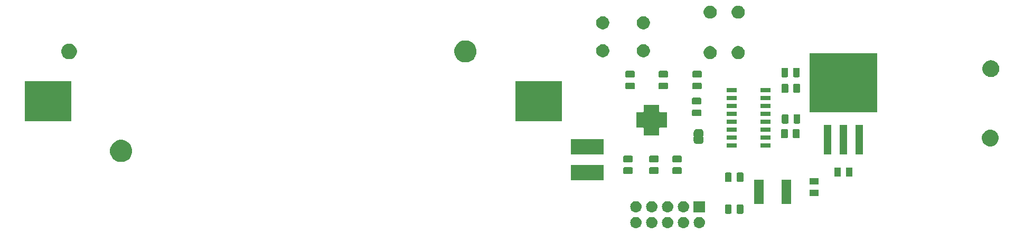
<source format=gbr>
G04 #@! TF.GenerationSoftware,KiCad,Pcbnew,5.0.2-bee76a0~70~ubuntu18.10.1*
G04 #@! TF.CreationDate,2019-05-29T11:20:30+10:00*
G04 #@! TF.ProjectId,ecig,65636967-2e6b-4696-9361-645f70636258,rev?*
G04 #@! TF.SameCoordinates,Original*
G04 #@! TF.FileFunction,Soldermask,Top*
G04 #@! TF.FilePolarity,Negative*
%FSLAX46Y46*%
G04 Gerber Fmt 4.6, Leading zero omitted, Abs format (unit mm)*
G04 Created by KiCad (PCBNEW 5.0.2-bee76a0~70~ubuntu18.10.1) date Wed 29 May 2019 11:20:30 AEST*
%MOMM*%
%LPD*%
G01*
G04 APERTURE LIST*
%ADD10C,0.100000*%
G04 APERTURE END LIST*
D10*
G36*
X159590443Y-110095519D02*
X159656627Y-110102037D01*
X159769853Y-110136384D01*
X159826467Y-110153557D01*
X159965087Y-110227652D01*
X159982991Y-110237222D01*
X160018729Y-110266552D01*
X160120186Y-110349814D01*
X160203448Y-110451271D01*
X160232778Y-110487009D01*
X160232779Y-110487011D01*
X160316443Y-110643533D01*
X160316443Y-110643534D01*
X160367963Y-110813373D01*
X160385359Y-110990000D01*
X160367963Y-111166627D01*
X160333616Y-111279853D01*
X160316443Y-111336467D01*
X160242348Y-111475087D01*
X160232778Y-111492991D01*
X160203448Y-111528729D01*
X160120186Y-111630186D01*
X160018729Y-111713448D01*
X159982991Y-111742778D01*
X159982989Y-111742779D01*
X159826467Y-111826443D01*
X159769853Y-111843616D01*
X159656627Y-111877963D01*
X159590442Y-111884482D01*
X159524260Y-111891000D01*
X159435740Y-111891000D01*
X159369558Y-111884482D01*
X159303373Y-111877963D01*
X159190147Y-111843616D01*
X159133533Y-111826443D01*
X158977011Y-111742779D01*
X158977009Y-111742778D01*
X158941271Y-111713448D01*
X158839814Y-111630186D01*
X158756552Y-111528729D01*
X158727222Y-111492991D01*
X158717652Y-111475087D01*
X158643557Y-111336467D01*
X158626384Y-111279853D01*
X158592037Y-111166627D01*
X158574641Y-110990000D01*
X158592037Y-110813373D01*
X158643557Y-110643534D01*
X158643557Y-110643533D01*
X158727221Y-110487011D01*
X158727222Y-110487009D01*
X158756552Y-110451271D01*
X158839814Y-110349814D01*
X158941271Y-110266552D01*
X158977009Y-110237222D01*
X158994913Y-110227652D01*
X159133533Y-110153557D01*
X159190147Y-110136384D01*
X159303373Y-110102037D01*
X159369557Y-110095519D01*
X159435740Y-110089000D01*
X159524260Y-110089000D01*
X159590443Y-110095519D01*
X159590443Y-110095519D01*
G37*
G36*
X162130443Y-110095519D02*
X162196627Y-110102037D01*
X162309853Y-110136384D01*
X162366467Y-110153557D01*
X162505087Y-110227652D01*
X162522991Y-110237222D01*
X162558729Y-110266552D01*
X162660186Y-110349814D01*
X162743448Y-110451271D01*
X162772778Y-110487009D01*
X162772779Y-110487011D01*
X162856443Y-110643533D01*
X162856443Y-110643534D01*
X162907963Y-110813373D01*
X162925359Y-110990000D01*
X162907963Y-111166627D01*
X162873616Y-111279853D01*
X162856443Y-111336467D01*
X162782348Y-111475087D01*
X162772778Y-111492991D01*
X162743448Y-111528729D01*
X162660186Y-111630186D01*
X162558729Y-111713448D01*
X162522991Y-111742778D01*
X162522989Y-111742779D01*
X162366467Y-111826443D01*
X162309853Y-111843616D01*
X162196627Y-111877963D01*
X162130442Y-111884482D01*
X162064260Y-111891000D01*
X161975740Y-111891000D01*
X161909558Y-111884482D01*
X161843373Y-111877963D01*
X161730147Y-111843616D01*
X161673533Y-111826443D01*
X161517011Y-111742779D01*
X161517009Y-111742778D01*
X161481271Y-111713448D01*
X161379814Y-111630186D01*
X161296552Y-111528729D01*
X161267222Y-111492991D01*
X161257652Y-111475087D01*
X161183557Y-111336467D01*
X161166384Y-111279853D01*
X161132037Y-111166627D01*
X161114641Y-110990000D01*
X161132037Y-110813373D01*
X161183557Y-110643534D01*
X161183557Y-110643533D01*
X161267221Y-110487011D01*
X161267222Y-110487009D01*
X161296552Y-110451271D01*
X161379814Y-110349814D01*
X161481271Y-110266552D01*
X161517009Y-110237222D01*
X161534913Y-110227652D01*
X161673533Y-110153557D01*
X161730147Y-110136384D01*
X161843373Y-110102037D01*
X161909557Y-110095519D01*
X161975740Y-110089000D01*
X162064260Y-110089000D01*
X162130443Y-110095519D01*
X162130443Y-110095519D01*
G37*
G36*
X164670443Y-110095519D02*
X164736627Y-110102037D01*
X164849853Y-110136384D01*
X164906467Y-110153557D01*
X165045087Y-110227652D01*
X165062991Y-110237222D01*
X165098729Y-110266552D01*
X165200186Y-110349814D01*
X165283448Y-110451271D01*
X165312778Y-110487009D01*
X165312779Y-110487011D01*
X165396443Y-110643533D01*
X165396443Y-110643534D01*
X165447963Y-110813373D01*
X165465359Y-110990000D01*
X165447963Y-111166627D01*
X165413616Y-111279853D01*
X165396443Y-111336467D01*
X165322348Y-111475087D01*
X165312778Y-111492991D01*
X165283448Y-111528729D01*
X165200186Y-111630186D01*
X165098729Y-111713448D01*
X165062991Y-111742778D01*
X165062989Y-111742779D01*
X164906467Y-111826443D01*
X164849853Y-111843616D01*
X164736627Y-111877963D01*
X164670442Y-111884482D01*
X164604260Y-111891000D01*
X164515740Y-111891000D01*
X164449558Y-111884482D01*
X164383373Y-111877963D01*
X164270147Y-111843616D01*
X164213533Y-111826443D01*
X164057011Y-111742779D01*
X164057009Y-111742778D01*
X164021271Y-111713448D01*
X163919814Y-111630186D01*
X163836552Y-111528729D01*
X163807222Y-111492991D01*
X163797652Y-111475087D01*
X163723557Y-111336467D01*
X163706384Y-111279853D01*
X163672037Y-111166627D01*
X163654641Y-110990000D01*
X163672037Y-110813373D01*
X163723557Y-110643534D01*
X163723557Y-110643533D01*
X163807221Y-110487011D01*
X163807222Y-110487009D01*
X163836552Y-110451271D01*
X163919814Y-110349814D01*
X164021271Y-110266552D01*
X164057009Y-110237222D01*
X164074913Y-110227652D01*
X164213533Y-110153557D01*
X164270147Y-110136384D01*
X164383373Y-110102037D01*
X164449557Y-110095519D01*
X164515740Y-110089000D01*
X164604260Y-110089000D01*
X164670443Y-110095519D01*
X164670443Y-110095519D01*
G37*
G36*
X157050443Y-110095519D02*
X157116627Y-110102037D01*
X157229853Y-110136384D01*
X157286467Y-110153557D01*
X157425087Y-110227652D01*
X157442991Y-110237222D01*
X157478729Y-110266552D01*
X157580186Y-110349814D01*
X157663448Y-110451271D01*
X157692778Y-110487009D01*
X157692779Y-110487011D01*
X157776443Y-110643533D01*
X157776443Y-110643534D01*
X157827963Y-110813373D01*
X157845359Y-110990000D01*
X157827963Y-111166627D01*
X157793616Y-111279853D01*
X157776443Y-111336467D01*
X157702348Y-111475087D01*
X157692778Y-111492991D01*
X157663448Y-111528729D01*
X157580186Y-111630186D01*
X157478729Y-111713448D01*
X157442991Y-111742778D01*
X157442989Y-111742779D01*
X157286467Y-111826443D01*
X157229853Y-111843616D01*
X157116627Y-111877963D01*
X157050442Y-111884482D01*
X156984260Y-111891000D01*
X156895740Y-111891000D01*
X156829558Y-111884482D01*
X156763373Y-111877963D01*
X156650147Y-111843616D01*
X156593533Y-111826443D01*
X156437011Y-111742779D01*
X156437009Y-111742778D01*
X156401271Y-111713448D01*
X156299814Y-111630186D01*
X156216552Y-111528729D01*
X156187222Y-111492991D01*
X156177652Y-111475087D01*
X156103557Y-111336467D01*
X156086384Y-111279853D01*
X156052037Y-111166627D01*
X156034641Y-110990000D01*
X156052037Y-110813373D01*
X156103557Y-110643534D01*
X156103557Y-110643533D01*
X156187221Y-110487011D01*
X156187222Y-110487009D01*
X156216552Y-110451271D01*
X156299814Y-110349814D01*
X156401271Y-110266552D01*
X156437009Y-110237222D01*
X156454913Y-110227652D01*
X156593533Y-110153557D01*
X156650147Y-110136384D01*
X156763373Y-110102037D01*
X156829557Y-110095519D01*
X156895740Y-110089000D01*
X156984260Y-110089000D01*
X157050443Y-110095519D01*
X157050443Y-110095519D01*
G37*
G36*
X154510443Y-110095519D02*
X154576627Y-110102037D01*
X154689853Y-110136384D01*
X154746467Y-110153557D01*
X154885087Y-110227652D01*
X154902991Y-110237222D01*
X154938729Y-110266552D01*
X155040186Y-110349814D01*
X155123448Y-110451271D01*
X155152778Y-110487009D01*
X155152779Y-110487011D01*
X155236443Y-110643533D01*
X155236443Y-110643534D01*
X155287963Y-110813373D01*
X155305359Y-110990000D01*
X155287963Y-111166627D01*
X155253616Y-111279853D01*
X155236443Y-111336467D01*
X155162348Y-111475087D01*
X155152778Y-111492991D01*
X155123448Y-111528729D01*
X155040186Y-111630186D01*
X154938729Y-111713448D01*
X154902991Y-111742778D01*
X154902989Y-111742779D01*
X154746467Y-111826443D01*
X154689853Y-111843616D01*
X154576627Y-111877963D01*
X154510442Y-111884482D01*
X154444260Y-111891000D01*
X154355740Y-111891000D01*
X154289558Y-111884482D01*
X154223373Y-111877963D01*
X154110147Y-111843616D01*
X154053533Y-111826443D01*
X153897011Y-111742779D01*
X153897009Y-111742778D01*
X153861271Y-111713448D01*
X153759814Y-111630186D01*
X153676552Y-111528729D01*
X153647222Y-111492991D01*
X153637652Y-111475087D01*
X153563557Y-111336467D01*
X153546384Y-111279853D01*
X153512037Y-111166627D01*
X153494641Y-110990000D01*
X153512037Y-110813373D01*
X153563557Y-110643534D01*
X153563557Y-110643533D01*
X153647221Y-110487011D01*
X153647222Y-110487009D01*
X153676552Y-110451271D01*
X153759814Y-110349814D01*
X153861271Y-110266552D01*
X153897009Y-110237222D01*
X153914913Y-110227652D01*
X154053533Y-110153557D01*
X154110147Y-110136384D01*
X154223373Y-110102037D01*
X154289557Y-110095519D01*
X154355740Y-110089000D01*
X154444260Y-110089000D01*
X154510443Y-110095519D01*
X154510443Y-110095519D01*
G37*
G36*
X171469466Y-108083565D02*
X171508137Y-108095296D01*
X171543779Y-108114348D01*
X171575017Y-108139983D01*
X171600652Y-108171221D01*
X171619704Y-108206863D01*
X171631435Y-108245534D01*
X171636000Y-108291888D01*
X171636000Y-109368112D01*
X171631435Y-109414466D01*
X171619704Y-109453137D01*
X171600652Y-109488779D01*
X171575017Y-109520017D01*
X171543779Y-109545652D01*
X171508137Y-109564704D01*
X171469466Y-109576435D01*
X171423112Y-109581000D01*
X170771888Y-109581000D01*
X170725534Y-109576435D01*
X170686863Y-109564704D01*
X170651221Y-109545652D01*
X170619983Y-109520017D01*
X170594348Y-109488779D01*
X170575296Y-109453137D01*
X170563565Y-109414466D01*
X170559000Y-109368112D01*
X170559000Y-108291888D01*
X170563565Y-108245534D01*
X170575296Y-108206863D01*
X170594348Y-108171221D01*
X170619983Y-108139983D01*
X170651221Y-108114348D01*
X170686863Y-108095296D01*
X170725534Y-108083565D01*
X170771888Y-108079000D01*
X171423112Y-108079000D01*
X171469466Y-108083565D01*
X171469466Y-108083565D01*
G37*
G36*
X169594466Y-108083565D02*
X169633137Y-108095296D01*
X169668779Y-108114348D01*
X169700017Y-108139983D01*
X169725652Y-108171221D01*
X169744704Y-108206863D01*
X169756435Y-108245534D01*
X169761000Y-108291888D01*
X169761000Y-109368112D01*
X169756435Y-109414466D01*
X169744704Y-109453137D01*
X169725652Y-109488779D01*
X169700017Y-109520017D01*
X169668779Y-109545652D01*
X169633137Y-109564704D01*
X169594466Y-109576435D01*
X169548112Y-109581000D01*
X168896888Y-109581000D01*
X168850534Y-109576435D01*
X168811863Y-109564704D01*
X168776221Y-109545652D01*
X168744983Y-109520017D01*
X168719348Y-109488779D01*
X168700296Y-109453137D01*
X168688565Y-109414466D01*
X168684000Y-109368112D01*
X168684000Y-108291888D01*
X168688565Y-108245534D01*
X168700296Y-108206863D01*
X168719348Y-108171221D01*
X168744983Y-108139983D01*
X168776221Y-108114348D01*
X168811863Y-108095296D01*
X168850534Y-108083565D01*
X168896888Y-108079000D01*
X169548112Y-108079000D01*
X169594466Y-108083565D01*
X169594466Y-108083565D01*
G37*
G36*
X154510442Y-107555518D02*
X154576627Y-107562037D01*
X154689853Y-107596384D01*
X154746467Y-107613557D01*
X154885087Y-107687652D01*
X154902991Y-107697222D01*
X154938729Y-107726552D01*
X155040186Y-107809814D01*
X155123448Y-107911271D01*
X155152778Y-107947009D01*
X155152779Y-107947011D01*
X155236443Y-108103533D01*
X155242766Y-108124377D01*
X155287963Y-108273373D01*
X155305359Y-108450000D01*
X155287963Y-108626627D01*
X155253616Y-108739853D01*
X155236443Y-108796467D01*
X155162348Y-108935087D01*
X155152778Y-108952991D01*
X155123448Y-108988729D01*
X155040186Y-109090186D01*
X154938729Y-109173448D01*
X154902991Y-109202778D01*
X154902989Y-109202779D01*
X154746467Y-109286443D01*
X154689853Y-109303616D01*
X154576627Y-109337963D01*
X154510443Y-109344481D01*
X154444260Y-109351000D01*
X154355740Y-109351000D01*
X154289557Y-109344481D01*
X154223373Y-109337963D01*
X154110147Y-109303616D01*
X154053533Y-109286443D01*
X153897011Y-109202779D01*
X153897009Y-109202778D01*
X153861271Y-109173448D01*
X153759814Y-109090186D01*
X153676552Y-108988729D01*
X153647222Y-108952991D01*
X153637652Y-108935087D01*
X153563557Y-108796467D01*
X153546384Y-108739853D01*
X153512037Y-108626627D01*
X153494641Y-108450000D01*
X153512037Y-108273373D01*
X153557234Y-108124377D01*
X153563557Y-108103533D01*
X153647221Y-107947011D01*
X153647222Y-107947009D01*
X153676552Y-107911271D01*
X153759814Y-107809814D01*
X153861271Y-107726552D01*
X153897009Y-107697222D01*
X153914913Y-107687652D01*
X154053533Y-107613557D01*
X154110147Y-107596384D01*
X154223373Y-107562037D01*
X154289558Y-107555518D01*
X154355740Y-107549000D01*
X154444260Y-107549000D01*
X154510442Y-107555518D01*
X154510442Y-107555518D01*
G37*
G36*
X157050442Y-107555518D02*
X157116627Y-107562037D01*
X157229853Y-107596384D01*
X157286467Y-107613557D01*
X157425087Y-107687652D01*
X157442991Y-107697222D01*
X157478729Y-107726552D01*
X157580186Y-107809814D01*
X157663448Y-107911271D01*
X157692778Y-107947009D01*
X157692779Y-107947011D01*
X157776443Y-108103533D01*
X157782766Y-108124377D01*
X157827963Y-108273373D01*
X157845359Y-108450000D01*
X157827963Y-108626627D01*
X157793616Y-108739853D01*
X157776443Y-108796467D01*
X157702348Y-108935087D01*
X157692778Y-108952991D01*
X157663448Y-108988729D01*
X157580186Y-109090186D01*
X157478729Y-109173448D01*
X157442991Y-109202778D01*
X157442989Y-109202779D01*
X157286467Y-109286443D01*
X157229853Y-109303616D01*
X157116627Y-109337963D01*
X157050443Y-109344481D01*
X156984260Y-109351000D01*
X156895740Y-109351000D01*
X156829557Y-109344481D01*
X156763373Y-109337963D01*
X156650147Y-109303616D01*
X156593533Y-109286443D01*
X156437011Y-109202779D01*
X156437009Y-109202778D01*
X156401271Y-109173448D01*
X156299814Y-109090186D01*
X156216552Y-108988729D01*
X156187222Y-108952991D01*
X156177652Y-108935087D01*
X156103557Y-108796467D01*
X156086384Y-108739853D01*
X156052037Y-108626627D01*
X156034641Y-108450000D01*
X156052037Y-108273373D01*
X156097234Y-108124377D01*
X156103557Y-108103533D01*
X156187221Y-107947011D01*
X156187222Y-107947009D01*
X156216552Y-107911271D01*
X156299814Y-107809814D01*
X156401271Y-107726552D01*
X156437009Y-107697222D01*
X156454913Y-107687652D01*
X156593533Y-107613557D01*
X156650147Y-107596384D01*
X156763373Y-107562037D01*
X156829558Y-107555518D01*
X156895740Y-107549000D01*
X156984260Y-107549000D01*
X157050442Y-107555518D01*
X157050442Y-107555518D01*
G37*
G36*
X159590442Y-107555518D02*
X159656627Y-107562037D01*
X159769853Y-107596384D01*
X159826467Y-107613557D01*
X159965087Y-107687652D01*
X159982991Y-107697222D01*
X160018729Y-107726552D01*
X160120186Y-107809814D01*
X160203448Y-107911271D01*
X160232778Y-107947009D01*
X160232779Y-107947011D01*
X160316443Y-108103533D01*
X160322766Y-108124377D01*
X160367963Y-108273373D01*
X160385359Y-108450000D01*
X160367963Y-108626627D01*
X160333616Y-108739853D01*
X160316443Y-108796467D01*
X160242348Y-108935087D01*
X160232778Y-108952991D01*
X160203448Y-108988729D01*
X160120186Y-109090186D01*
X160018729Y-109173448D01*
X159982991Y-109202778D01*
X159982989Y-109202779D01*
X159826467Y-109286443D01*
X159769853Y-109303616D01*
X159656627Y-109337963D01*
X159590443Y-109344481D01*
X159524260Y-109351000D01*
X159435740Y-109351000D01*
X159369557Y-109344481D01*
X159303373Y-109337963D01*
X159190147Y-109303616D01*
X159133533Y-109286443D01*
X158977011Y-109202779D01*
X158977009Y-109202778D01*
X158941271Y-109173448D01*
X158839814Y-109090186D01*
X158756552Y-108988729D01*
X158727222Y-108952991D01*
X158717652Y-108935087D01*
X158643557Y-108796467D01*
X158626384Y-108739853D01*
X158592037Y-108626627D01*
X158574641Y-108450000D01*
X158592037Y-108273373D01*
X158637234Y-108124377D01*
X158643557Y-108103533D01*
X158727221Y-107947011D01*
X158727222Y-107947009D01*
X158756552Y-107911271D01*
X158839814Y-107809814D01*
X158941271Y-107726552D01*
X158977009Y-107697222D01*
X158994913Y-107687652D01*
X159133533Y-107613557D01*
X159190147Y-107596384D01*
X159303373Y-107562037D01*
X159369558Y-107555518D01*
X159435740Y-107549000D01*
X159524260Y-107549000D01*
X159590442Y-107555518D01*
X159590442Y-107555518D01*
G37*
G36*
X162130442Y-107555518D02*
X162196627Y-107562037D01*
X162309853Y-107596384D01*
X162366467Y-107613557D01*
X162505087Y-107687652D01*
X162522991Y-107697222D01*
X162558729Y-107726552D01*
X162660186Y-107809814D01*
X162743448Y-107911271D01*
X162772778Y-107947009D01*
X162772779Y-107947011D01*
X162856443Y-108103533D01*
X162862766Y-108124377D01*
X162907963Y-108273373D01*
X162925359Y-108450000D01*
X162907963Y-108626627D01*
X162873616Y-108739853D01*
X162856443Y-108796467D01*
X162782348Y-108935087D01*
X162772778Y-108952991D01*
X162743448Y-108988729D01*
X162660186Y-109090186D01*
X162558729Y-109173448D01*
X162522991Y-109202778D01*
X162522989Y-109202779D01*
X162366467Y-109286443D01*
X162309853Y-109303616D01*
X162196627Y-109337963D01*
X162130443Y-109344481D01*
X162064260Y-109351000D01*
X161975740Y-109351000D01*
X161909557Y-109344481D01*
X161843373Y-109337963D01*
X161730147Y-109303616D01*
X161673533Y-109286443D01*
X161517011Y-109202779D01*
X161517009Y-109202778D01*
X161481271Y-109173448D01*
X161379814Y-109090186D01*
X161296552Y-108988729D01*
X161267222Y-108952991D01*
X161257652Y-108935087D01*
X161183557Y-108796467D01*
X161166384Y-108739853D01*
X161132037Y-108626627D01*
X161114641Y-108450000D01*
X161132037Y-108273373D01*
X161177234Y-108124377D01*
X161183557Y-108103533D01*
X161267221Y-107947011D01*
X161267222Y-107947009D01*
X161296552Y-107911271D01*
X161379814Y-107809814D01*
X161481271Y-107726552D01*
X161517009Y-107697222D01*
X161534913Y-107687652D01*
X161673533Y-107613557D01*
X161730147Y-107596384D01*
X161843373Y-107562037D01*
X161909558Y-107555518D01*
X161975740Y-107549000D01*
X162064260Y-107549000D01*
X162130442Y-107555518D01*
X162130442Y-107555518D01*
G37*
G36*
X165461000Y-109351000D02*
X163659000Y-109351000D01*
X163659000Y-107549000D01*
X165461000Y-107549000D01*
X165461000Y-109351000D01*
X165461000Y-109351000D01*
G37*
G36*
X174901000Y-108041000D02*
X173399000Y-108041000D01*
X173399000Y-104139000D01*
X174901000Y-104139000D01*
X174901000Y-108041000D01*
X174901000Y-108041000D01*
G37*
G36*
X179301000Y-108041000D02*
X177799000Y-108041000D01*
X177799000Y-104139000D01*
X179301000Y-104139000D01*
X179301000Y-108041000D01*
X179301000Y-108041000D01*
G37*
G36*
X183564466Y-105703565D02*
X183603137Y-105715296D01*
X183638779Y-105734348D01*
X183670017Y-105759983D01*
X183695652Y-105791221D01*
X183714704Y-105826863D01*
X183726435Y-105865534D01*
X183731000Y-105911888D01*
X183731000Y-106563112D01*
X183726435Y-106609466D01*
X183714704Y-106648137D01*
X183695652Y-106683779D01*
X183670017Y-106715017D01*
X183638779Y-106740652D01*
X183603137Y-106759704D01*
X183564466Y-106771435D01*
X183518112Y-106776000D01*
X182441888Y-106776000D01*
X182395534Y-106771435D01*
X182356863Y-106759704D01*
X182321221Y-106740652D01*
X182289983Y-106715017D01*
X182264348Y-106683779D01*
X182245296Y-106648137D01*
X182233565Y-106609466D01*
X182229000Y-106563112D01*
X182229000Y-105911888D01*
X182233565Y-105865534D01*
X182245296Y-105826863D01*
X182264348Y-105791221D01*
X182289983Y-105759983D01*
X182321221Y-105734348D01*
X182356863Y-105715296D01*
X182395534Y-105703565D01*
X182441888Y-105699000D01*
X183518112Y-105699000D01*
X183564466Y-105703565D01*
X183564466Y-105703565D01*
G37*
G36*
X183564466Y-103828565D02*
X183603137Y-103840296D01*
X183638779Y-103859348D01*
X183670017Y-103884983D01*
X183695652Y-103916221D01*
X183714704Y-103951863D01*
X183726435Y-103990534D01*
X183731000Y-104036888D01*
X183731000Y-104688112D01*
X183726435Y-104734466D01*
X183714704Y-104773137D01*
X183695652Y-104808779D01*
X183670017Y-104840017D01*
X183638779Y-104865652D01*
X183603137Y-104884704D01*
X183564466Y-104896435D01*
X183518112Y-104901000D01*
X182441888Y-104901000D01*
X182395534Y-104896435D01*
X182356863Y-104884704D01*
X182321221Y-104865652D01*
X182289983Y-104840017D01*
X182264348Y-104808779D01*
X182245296Y-104773137D01*
X182233565Y-104734466D01*
X182229000Y-104688112D01*
X182229000Y-104036888D01*
X182233565Y-103990534D01*
X182245296Y-103951863D01*
X182264348Y-103916221D01*
X182289983Y-103884983D01*
X182321221Y-103859348D01*
X182356863Y-103840296D01*
X182395534Y-103828565D01*
X182441888Y-103824000D01*
X183518112Y-103824000D01*
X183564466Y-103828565D01*
X183564466Y-103828565D01*
G37*
G36*
X169594466Y-102963565D02*
X169633137Y-102975296D01*
X169668779Y-102994348D01*
X169700017Y-103019983D01*
X169725652Y-103051221D01*
X169744704Y-103086863D01*
X169756435Y-103125534D01*
X169761000Y-103171888D01*
X169761000Y-104248112D01*
X169756435Y-104294466D01*
X169744704Y-104333137D01*
X169725652Y-104368779D01*
X169700017Y-104400017D01*
X169668779Y-104425652D01*
X169633137Y-104444704D01*
X169594466Y-104456435D01*
X169548112Y-104461000D01*
X168896888Y-104461000D01*
X168850534Y-104456435D01*
X168811863Y-104444704D01*
X168776221Y-104425652D01*
X168744983Y-104400017D01*
X168719348Y-104368779D01*
X168700296Y-104333137D01*
X168688565Y-104294466D01*
X168684000Y-104248112D01*
X168684000Y-103171888D01*
X168688565Y-103125534D01*
X168700296Y-103086863D01*
X168719348Y-103051221D01*
X168744983Y-103019983D01*
X168776221Y-102994348D01*
X168811863Y-102975296D01*
X168850534Y-102963565D01*
X168896888Y-102959000D01*
X169548112Y-102959000D01*
X169594466Y-102963565D01*
X169594466Y-102963565D01*
G37*
G36*
X171469466Y-102963565D02*
X171508137Y-102975296D01*
X171543779Y-102994348D01*
X171575017Y-103019983D01*
X171600652Y-103051221D01*
X171619704Y-103086863D01*
X171631435Y-103125534D01*
X171636000Y-103171888D01*
X171636000Y-104248112D01*
X171631435Y-104294466D01*
X171619704Y-104333137D01*
X171600652Y-104368779D01*
X171575017Y-104400017D01*
X171543779Y-104425652D01*
X171508137Y-104444704D01*
X171469466Y-104456435D01*
X171423112Y-104461000D01*
X170771888Y-104461000D01*
X170725534Y-104456435D01*
X170686863Y-104444704D01*
X170651221Y-104425652D01*
X170619983Y-104400017D01*
X170594348Y-104368779D01*
X170575296Y-104333137D01*
X170563565Y-104294466D01*
X170559000Y-104248112D01*
X170559000Y-103171888D01*
X170563565Y-103125534D01*
X170575296Y-103086863D01*
X170594348Y-103051221D01*
X170619983Y-103019983D01*
X170651221Y-102994348D01*
X170686863Y-102975296D01*
X170725534Y-102963565D01*
X170771888Y-102959000D01*
X171423112Y-102959000D01*
X171469466Y-102963565D01*
X171469466Y-102963565D01*
G37*
G36*
X149201000Y-104176000D02*
X143999000Y-104176000D01*
X143999000Y-101724000D01*
X149201000Y-101724000D01*
X149201000Y-104176000D01*
X149201000Y-104176000D01*
G37*
G36*
X187111966Y-102143565D02*
X187150637Y-102155296D01*
X187186279Y-102174348D01*
X187217517Y-102199983D01*
X187243152Y-102231221D01*
X187262204Y-102266863D01*
X187273935Y-102305534D01*
X187278500Y-102351888D01*
X187278500Y-103428112D01*
X187273935Y-103474466D01*
X187262204Y-103513137D01*
X187243152Y-103548779D01*
X187217517Y-103580017D01*
X187186279Y-103605652D01*
X187150637Y-103624704D01*
X187111966Y-103636435D01*
X187065612Y-103641000D01*
X186414388Y-103641000D01*
X186368034Y-103636435D01*
X186329363Y-103624704D01*
X186293721Y-103605652D01*
X186262483Y-103580017D01*
X186236848Y-103548779D01*
X186217796Y-103513137D01*
X186206065Y-103474466D01*
X186201500Y-103428112D01*
X186201500Y-102351888D01*
X186206065Y-102305534D01*
X186217796Y-102266863D01*
X186236848Y-102231221D01*
X186262483Y-102199983D01*
X186293721Y-102174348D01*
X186329363Y-102155296D01*
X186368034Y-102143565D01*
X186414388Y-102139000D01*
X187065612Y-102139000D01*
X187111966Y-102143565D01*
X187111966Y-102143565D01*
G37*
G36*
X188986966Y-102143565D02*
X189025637Y-102155296D01*
X189061279Y-102174348D01*
X189092517Y-102199983D01*
X189118152Y-102231221D01*
X189137204Y-102266863D01*
X189148935Y-102305534D01*
X189153500Y-102351888D01*
X189153500Y-103428112D01*
X189148935Y-103474466D01*
X189137204Y-103513137D01*
X189118152Y-103548779D01*
X189092517Y-103580017D01*
X189061279Y-103605652D01*
X189025637Y-103624704D01*
X188986966Y-103636435D01*
X188940612Y-103641000D01*
X188289388Y-103641000D01*
X188243034Y-103636435D01*
X188204363Y-103624704D01*
X188168721Y-103605652D01*
X188137483Y-103580017D01*
X188111848Y-103548779D01*
X188092796Y-103513137D01*
X188081065Y-103474466D01*
X188076500Y-103428112D01*
X188076500Y-102351888D01*
X188081065Y-102305534D01*
X188092796Y-102266863D01*
X188111848Y-102231221D01*
X188137483Y-102199983D01*
X188168721Y-102174348D01*
X188204363Y-102155296D01*
X188243034Y-102143565D01*
X188289388Y-102139000D01*
X188940612Y-102139000D01*
X188986966Y-102143565D01*
X188986966Y-102143565D01*
G37*
G36*
X161584466Y-102111065D02*
X161623137Y-102122796D01*
X161658779Y-102141848D01*
X161690017Y-102167483D01*
X161715652Y-102198721D01*
X161734704Y-102234363D01*
X161746435Y-102273034D01*
X161751000Y-102319388D01*
X161751000Y-102970612D01*
X161746435Y-103016966D01*
X161734704Y-103055637D01*
X161715652Y-103091279D01*
X161690017Y-103122517D01*
X161658779Y-103148152D01*
X161623137Y-103167204D01*
X161584466Y-103178935D01*
X161538112Y-103183500D01*
X160461888Y-103183500D01*
X160415534Y-103178935D01*
X160376863Y-103167204D01*
X160341221Y-103148152D01*
X160309983Y-103122517D01*
X160284348Y-103091279D01*
X160265296Y-103055637D01*
X160253565Y-103016966D01*
X160249000Y-102970612D01*
X160249000Y-102319388D01*
X160253565Y-102273034D01*
X160265296Y-102234363D01*
X160284348Y-102198721D01*
X160309983Y-102167483D01*
X160341221Y-102141848D01*
X160376863Y-102122796D01*
X160415534Y-102111065D01*
X160461888Y-102106500D01*
X161538112Y-102106500D01*
X161584466Y-102111065D01*
X161584466Y-102111065D01*
G37*
G36*
X153724466Y-102111065D02*
X153763137Y-102122796D01*
X153798779Y-102141848D01*
X153830017Y-102167483D01*
X153855652Y-102198721D01*
X153874704Y-102234363D01*
X153886435Y-102273034D01*
X153891000Y-102319388D01*
X153891000Y-102970612D01*
X153886435Y-103016966D01*
X153874704Y-103055637D01*
X153855652Y-103091279D01*
X153830017Y-103122517D01*
X153798779Y-103148152D01*
X153763137Y-103167204D01*
X153724466Y-103178935D01*
X153678112Y-103183500D01*
X152601888Y-103183500D01*
X152555534Y-103178935D01*
X152516863Y-103167204D01*
X152481221Y-103148152D01*
X152449983Y-103122517D01*
X152424348Y-103091279D01*
X152405296Y-103055637D01*
X152393565Y-103016966D01*
X152389000Y-102970612D01*
X152389000Y-102319388D01*
X152393565Y-102273034D01*
X152405296Y-102234363D01*
X152424348Y-102198721D01*
X152449983Y-102167483D01*
X152481221Y-102141848D01*
X152516863Y-102122796D01*
X152555534Y-102111065D01*
X152601888Y-102106500D01*
X153678112Y-102106500D01*
X153724466Y-102111065D01*
X153724466Y-102111065D01*
G37*
G36*
X157874466Y-102111065D02*
X157913137Y-102122796D01*
X157948779Y-102141848D01*
X157980017Y-102167483D01*
X158005652Y-102198721D01*
X158024704Y-102234363D01*
X158036435Y-102273034D01*
X158041000Y-102319388D01*
X158041000Y-102970612D01*
X158036435Y-103016966D01*
X158024704Y-103055637D01*
X158005652Y-103091279D01*
X157980017Y-103122517D01*
X157948779Y-103148152D01*
X157913137Y-103167204D01*
X157874466Y-103178935D01*
X157828112Y-103183500D01*
X156751888Y-103183500D01*
X156705534Y-103178935D01*
X156666863Y-103167204D01*
X156631221Y-103148152D01*
X156599983Y-103122517D01*
X156574348Y-103091279D01*
X156555296Y-103055637D01*
X156543565Y-103016966D01*
X156539000Y-102970612D01*
X156539000Y-102319388D01*
X156543565Y-102273034D01*
X156555296Y-102234363D01*
X156574348Y-102198721D01*
X156599983Y-102167483D01*
X156631221Y-102141848D01*
X156666863Y-102122796D01*
X156705534Y-102111065D01*
X156751888Y-102106500D01*
X157828112Y-102106500D01*
X157874466Y-102111065D01*
X157874466Y-102111065D01*
G37*
G36*
X153724466Y-100236065D02*
X153763137Y-100247796D01*
X153798779Y-100266848D01*
X153830017Y-100292483D01*
X153855652Y-100323721D01*
X153874704Y-100359363D01*
X153886435Y-100398034D01*
X153891000Y-100444388D01*
X153891000Y-101095612D01*
X153886435Y-101141966D01*
X153874704Y-101180637D01*
X153855652Y-101216279D01*
X153830017Y-101247517D01*
X153798779Y-101273152D01*
X153763137Y-101292204D01*
X153724466Y-101303935D01*
X153678112Y-101308500D01*
X152601888Y-101308500D01*
X152555534Y-101303935D01*
X152516863Y-101292204D01*
X152481221Y-101273152D01*
X152449983Y-101247517D01*
X152424348Y-101216279D01*
X152405296Y-101180637D01*
X152393565Y-101141966D01*
X152389000Y-101095612D01*
X152389000Y-100444388D01*
X152393565Y-100398034D01*
X152405296Y-100359363D01*
X152424348Y-100323721D01*
X152449983Y-100292483D01*
X152481221Y-100266848D01*
X152516863Y-100247796D01*
X152555534Y-100236065D01*
X152601888Y-100231500D01*
X153678112Y-100231500D01*
X153724466Y-100236065D01*
X153724466Y-100236065D01*
G37*
G36*
X161584466Y-100236065D02*
X161623137Y-100247796D01*
X161658779Y-100266848D01*
X161690017Y-100292483D01*
X161715652Y-100323721D01*
X161734704Y-100359363D01*
X161746435Y-100398034D01*
X161751000Y-100444388D01*
X161751000Y-101095612D01*
X161746435Y-101141966D01*
X161734704Y-101180637D01*
X161715652Y-101216279D01*
X161690017Y-101247517D01*
X161658779Y-101273152D01*
X161623137Y-101292204D01*
X161584466Y-101303935D01*
X161538112Y-101308500D01*
X160461888Y-101308500D01*
X160415534Y-101303935D01*
X160376863Y-101292204D01*
X160341221Y-101273152D01*
X160309983Y-101247517D01*
X160284348Y-101216279D01*
X160265296Y-101180637D01*
X160253565Y-101141966D01*
X160249000Y-101095612D01*
X160249000Y-100444388D01*
X160253565Y-100398034D01*
X160265296Y-100359363D01*
X160284348Y-100323721D01*
X160309983Y-100292483D01*
X160341221Y-100266848D01*
X160376863Y-100247796D01*
X160415534Y-100236065D01*
X160461888Y-100231500D01*
X161538112Y-100231500D01*
X161584466Y-100236065D01*
X161584466Y-100236065D01*
G37*
G36*
X157874466Y-100236065D02*
X157913137Y-100247796D01*
X157948779Y-100266848D01*
X157980017Y-100292483D01*
X158005652Y-100323721D01*
X158024704Y-100359363D01*
X158036435Y-100398034D01*
X158041000Y-100444388D01*
X158041000Y-101095612D01*
X158036435Y-101141966D01*
X158024704Y-101180637D01*
X158005652Y-101216279D01*
X157980017Y-101247517D01*
X157948779Y-101273152D01*
X157913137Y-101292204D01*
X157874466Y-101303935D01*
X157828112Y-101308500D01*
X156751888Y-101308500D01*
X156705534Y-101303935D01*
X156666863Y-101292204D01*
X156631221Y-101273152D01*
X156599983Y-101247517D01*
X156574348Y-101216279D01*
X156555296Y-101180637D01*
X156543565Y-101141966D01*
X156539000Y-101095612D01*
X156539000Y-100444388D01*
X156543565Y-100398034D01*
X156555296Y-100359363D01*
X156574348Y-100323721D01*
X156599983Y-100292483D01*
X156631221Y-100266848D01*
X156666863Y-100247796D01*
X156705534Y-100236065D01*
X156751888Y-100231500D01*
X157828112Y-100231500D01*
X157874466Y-100236065D01*
X157874466Y-100236065D01*
G37*
G36*
X72388037Y-97792250D02*
X72388039Y-97792251D01*
X72388040Y-97792251D01*
X72711251Y-97926129D01*
X72926376Y-98069871D01*
X73002137Y-98120493D01*
X73249507Y-98367863D01*
X73249509Y-98367866D01*
X73443871Y-98658749D01*
X73577749Y-98981960D01*
X73646000Y-99325079D01*
X73646000Y-99674921D01*
X73577749Y-100018040D01*
X73443871Y-100341251D01*
X73443870Y-100341252D01*
X73249507Y-100632137D01*
X73002137Y-100879507D01*
X73002134Y-100879509D01*
X72711251Y-101073871D01*
X72388040Y-101207749D01*
X72388039Y-101207749D01*
X72388037Y-101207750D01*
X72044922Y-101276000D01*
X71695078Y-101276000D01*
X71351963Y-101207750D01*
X71351961Y-101207749D01*
X71351960Y-101207749D01*
X71028749Y-101073871D01*
X70737866Y-100879509D01*
X70737863Y-100879507D01*
X70490493Y-100632137D01*
X70296130Y-100341252D01*
X70296129Y-100341251D01*
X70162251Y-100018040D01*
X70094000Y-99674921D01*
X70094000Y-99325079D01*
X70162251Y-98981960D01*
X70296129Y-98658749D01*
X70490491Y-98367866D01*
X70490493Y-98367863D01*
X70737863Y-98120493D01*
X70813624Y-98069871D01*
X71028749Y-97926129D01*
X71351960Y-97792251D01*
X71351961Y-97792251D01*
X71351963Y-97792250D01*
X71695078Y-97724000D01*
X72044922Y-97724000D01*
X72388037Y-97792250D01*
X72388037Y-97792250D01*
G37*
G36*
X149201000Y-100026000D02*
X143999000Y-100026000D01*
X143999000Y-97574000D01*
X149201000Y-97574000D01*
X149201000Y-100026000D01*
X149201000Y-100026000D01*
G37*
G36*
X190821000Y-100016000D02*
X189619000Y-100016000D01*
X189619000Y-95314000D01*
X190821000Y-95314000D01*
X190821000Y-100016000D01*
X190821000Y-100016000D01*
G37*
G36*
X188281000Y-100016000D02*
X187079000Y-100016000D01*
X187079000Y-95314000D01*
X188281000Y-95314000D01*
X188281000Y-100016000D01*
X188281000Y-100016000D01*
G37*
G36*
X185741000Y-100016000D02*
X184539000Y-100016000D01*
X184539000Y-95314000D01*
X185741000Y-95314000D01*
X185741000Y-100016000D01*
X185741000Y-100016000D01*
G37*
G36*
X175961000Y-98936000D02*
X174359000Y-98936000D01*
X174359000Y-98234000D01*
X175961000Y-98234000D01*
X175961000Y-98936000D01*
X175961000Y-98936000D01*
G37*
G36*
X170561000Y-98936000D02*
X168959000Y-98936000D01*
X168959000Y-98234000D01*
X170561000Y-98234000D01*
X170561000Y-98936000D01*
X170561000Y-98936000D01*
G37*
G36*
X211463086Y-96090885D02*
X211614072Y-96120918D01*
X211859939Y-96222759D01*
X212049387Y-96349345D01*
X212081215Y-96370612D01*
X212269388Y-96558785D01*
X212269390Y-96558788D01*
X212417241Y-96780061D01*
X212519082Y-97025928D01*
X212545041Y-97156433D01*
X212570573Y-97284788D01*
X212571000Y-97286938D01*
X212571000Y-97553062D01*
X212519082Y-97814072D01*
X212417241Y-98059939D01*
X212300936Y-98234000D01*
X212269388Y-98281215D01*
X212081215Y-98469388D01*
X212081212Y-98469390D01*
X211859939Y-98617241D01*
X211614072Y-98719082D01*
X211483567Y-98745041D01*
X211353063Y-98771000D01*
X211086937Y-98771000D01*
X210956433Y-98745041D01*
X210825928Y-98719082D01*
X210580061Y-98617241D01*
X210358788Y-98469390D01*
X210358785Y-98469388D01*
X210170612Y-98281215D01*
X210139064Y-98234000D01*
X210022759Y-98059939D01*
X209920918Y-97814072D01*
X209869000Y-97553062D01*
X209869000Y-97286938D01*
X209869428Y-97284788D01*
X209894959Y-97156433D01*
X209920918Y-97025928D01*
X210022759Y-96780061D01*
X210170610Y-96558788D01*
X210170612Y-96558785D01*
X210358785Y-96370612D01*
X210390613Y-96349345D01*
X210580061Y-96222759D01*
X210825928Y-96120918D01*
X210976914Y-96090885D01*
X211086937Y-96069000D01*
X211353063Y-96069000D01*
X211463086Y-96090885D01*
X211463086Y-96090885D01*
G37*
G36*
X164712198Y-95969954D02*
X164724450Y-95970556D01*
X164742869Y-95970556D01*
X164765149Y-95972750D01*
X164849236Y-95989476D01*
X164870655Y-95995974D01*
X164949871Y-96028785D01*
X164969607Y-96039335D01*
X165040897Y-96086969D01*
X165058208Y-96101176D01*
X165118824Y-96161792D01*
X165133031Y-96179103D01*
X165180665Y-96250393D01*
X165191215Y-96270129D01*
X165224026Y-96349345D01*
X165230524Y-96370764D01*
X165247250Y-96454851D01*
X165249444Y-96477131D01*
X165249444Y-96495550D01*
X165250046Y-96507802D01*
X165251852Y-96526140D01*
X165251852Y-97013860D01*
X165250263Y-97029999D01*
X165247347Y-97039611D01*
X165242612Y-97048469D01*
X165236237Y-97056237D01*
X165223798Y-97066446D01*
X165213432Y-97073372D01*
X165196105Y-97090698D01*
X165182490Y-97111073D01*
X165173112Y-97133711D01*
X165168331Y-97157745D01*
X165168331Y-97182249D01*
X165173111Y-97206283D01*
X165182487Y-97228922D01*
X165196101Y-97249297D01*
X165213427Y-97266624D01*
X165223796Y-97273552D01*
X165236237Y-97283763D01*
X165242612Y-97291531D01*
X165247347Y-97300389D01*
X165250263Y-97310001D01*
X165251852Y-97326140D01*
X165251852Y-97813861D01*
X165250046Y-97832198D01*
X165249444Y-97844450D01*
X165249444Y-97862869D01*
X165247250Y-97885149D01*
X165230524Y-97969236D01*
X165224026Y-97990655D01*
X165191215Y-98069871D01*
X165180665Y-98089607D01*
X165133031Y-98160897D01*
X165118824Y-98178208D01*
X165058208Y-98238824D01*
X165040897Y-98253031D01*
X164969607Y-98300665D01*
X164949871Y-98311215D01*
X164870655Y-98344026D01*
X164849236Y-98350524D01*
X164765149Y-98367250D01*
X164742869Y-98369444D01*
X164724450Y-98369444D01*
X164712198Y-98370046D01*
X164693861Y-98371852D01*
X164206139Y-98371852D01*
X164187802Y-98370046D01*
X164175550Y-98369444D01*
X164157131Y-98369444D01*
X164134851Y-98367250D01*
X164050764Y-98350524D01*
X164029345Y-98344026D01*
X163950129Y-98311215D01*
X163930393Y-98300665D01*
X163859103Y-98253031D01*
X163841792Y-98238824D01*
X163781176Y-98178208D01*
X163766969Y-98160897D01*
X163719335Y-98089607D01*
X163708785Y-98069871D01*
X163675974Y-97990655D01*
X163669476Y-97969236D01*
X163652750Y-97885149D01*
X163650556Y-97862869D01*
X163650556Y-97844450D01*
X163649954Y-97832198D01*
X163648148Y-97813861D01*
X163648148Y-97326140D01*
X163649737Y-97310001D01*
X163652653Y-97300389D01*
X163657388Y-97291531D01*
X163663763Y-97283763D01*
X163676202Y-97273554D01*
X163686568Y-97266628D01*
X163703895Y-97249302D01*
X163717510Y-97228927D01*
X163726888Y-97206289D01*
X163731669Y-97182255D01*
X163731669Y-97157751D01*
X163726889Y-97133717D01*
X163717513Y-97111078D01*
X163703899Y-97090703D01*
X163686573Y-97073376D01*
X163676204Y-97066448D01*
X163663763Y-97056237D01*
X163657388Y-97048469D01*
X163652653Y-97039611D01*
X163649737Y-97029999D01*
X163648148Y-97013860D01*
X163648148Y-96526140D01*
X163649954Y-96507802D01*
X163650556Y-96495550D01*
X163650556Y-96477131D01*
X163652750Y-96454851D01*
X163669476Y-96370764D01*
X163675974Y-96349345D01*
X163708785Y-96270129D01*
X163719335Y-96250393D01*
X163766969Y-96179103D01*
X163781176Y-96161792D01*
X163841792Y-96101176D01*
X163859103Y-96086969D01*
X163930393Y-96039335D01*
X163950129Y-96028785D01*
X164029345Y-95995974D01*
X164050764Y-95989476D01*
X164134851Y-95972750D01*
X164157131Y-95970556D01*
X164175550Y-95970556D01*
X164187802Y-95969954D01*
X164206140Y-95968148D01*
X164693860Y-95968148D01*
X164712198Y-95969954D01*
X164712198Y-95969954D01*
G37*
G36*
X175961000Y-97666000D02*
X174359000Y-97666000D01*
X174359000Y-96964000D01*
X175961000Y-96964000D01*
X175961000Y-97666000D01*
X175961000Y-97666000D01*
G37*
G36*
X170561000Y-97666000D02*
X168959000Y-97666000D01*
X168959000Y-96964000D01*
X170561000Y-96964000D01*
X170561000Y-97666000D01*
X170561000Y-97666000D01*
G37*
G36*
X178596966Y-95953565D02*
X178635637Y-95965296D01*
X178671279Y-95984348D01*
X178702517Y-96009983D01*
X178728152Y-96041221D01*
X178747204Y-96076863D01*
X178758935Y-96115534D01*
X178763500Y-96161888D01*
X178763500Y-97238112D01*
X178758935Y-97284466D01*
X178747204Y-97323137D01*
X178728152Y-97358779D01*
X178702517Y-97390017D01*
X178671279Y-97415652D01*
X178635637Y-97434704D01*
X178596966Y-97446435D01*
X178550612Y-97451000D01*
X177899388Y-97451000D01*
X177853034Y-97446435D01*
X177814363Y-97434704D01*
X177778721Y-97415652D01*
X177747483Y-97390017D01*
X177721848Y-97358779D01*
X177702796Y-97323137D01*
X177691065Y-97284466D01*
X177686500Y-97238112D01*
X177686500Y-96161888D01*
X177691065Y-96115534D01*
X177702796Y-96076863D01*
X177721848Y-96041221D01*
X177747483Y-96009983D01*
X177778721Y-95984348D01*
X177814363Y-95965296D01*
X177853034Y-95953565D01*
X177899388Y-95949000D01*
X178550612Y-95949000D01*
X178596966Y-95953565D01*
X178596966Y-95953565D01*
G37*
G36*
X180471966Y-95953565D02*
X180510637Y-95965296D01*
X180546279Y-95984348D01*
X180577517Y-96009983D01*
X180603152Y-96041221D01*
X180622204Y-96076863D01*
X180633935Y-96115534D01*
X180638500Y-96161888D01*
X180638500Y-97238112D01*
X180633935Y-97284466D01*
X180622204Y-97323137D01*
X180603152Y-97358779D01*
X180577517Y-97390017D01*
X180546279Y-97415652D01*
X180510637Y-97434704D01*
X180471966Y-97446435D01*
X180425612Y-97451000D01*
X179774388Y-97451000D01*
X179728034Y-97446435D01*
X179689363Y-97434704D01*
X179653721Y-97415652D01*
X179622483Y-97390017D01*
X179596848Y-97358779D01*
X179577796Y-97323137D01*
X179566065Y-97284466D01*
X179561500Y-97238112D01*
X179561500Y-96161888D01*
X179566065Y-96115534D01*
X179577796Y-96076863D01*
X179596848Y-96041221D01*
X179622483Y-96009983D01*
X179653721Y-95984348D01*
X179689363Y-95965296D01*
X179728034Y-95953565D01*
X179774388Y-95949000D01*
X180425612Y-95949000D01*
X180471966Y-95953565D01*
X180471966Y-95953565D01*
G37*
G36*
X158111000Y-93094000D02*
X158113402Y-93118386D01*
X158120515Y-93141835D01*
X158132066Y-93163446D01*
X158147612Y-93182388D01*
X158166554Y-93197934D01*
X158188165Y-93209485D01*
X158211614Y-93216598D01*
X158213242Y-93216758D01*
X158213402Y-93218386D01*
X158220515Y-93241835D01*
X158232066Y-93263446D01*
X158247612Y-93282388D01*
X158266554Y-93297934D01*
X158288165Y-93309485D01*
X158311614Y-93316598D01*
X158336000Y-93319000D01*
X159361000Y-93319000D01*
X159361000Y-95721000D01*
X158336000Y-95721000D01*
X158311614Y-95723402D01*
X158288165Y-95730515D01*
X158266554Y-95742066D01*
X158247612Y-95757612D01*
X158232066Y-95776554D01*
X158220515Y-95798165D01*
X158213402Y-95821614D01*
X158213242Y-95823242D01*
X158211614Y-95823402D01*
X158188165Y-95830515D01*
X158166554Y-95842066D01*
X158147612Y-95857612D01*
X158132066Y-95876554D01*
X158120515Y-95898165D01*
X158113402Y-95921614D01*
X158111000Y-95946000D01*
X158111000Y-96971000D01*
X155709000Y-96971000D01*
X155709000Y-95946000D01*
X155706598Y-95921614D01*
X155699485Y-95898165D01*
X155687934Y-95876554D01*
X155672388Y-95857612D01*
X155653446Y-95842066D01*
X155631835Y-95830515D01*
X155608386Y-95823402D01*
X155606758Y-95823242D01*
X155606598Y-95821614D01*
X155599485Y-95798165D01*
X155587934Y-95776554D01*
X155572388Y-95757612D01*
X155553446Y-95742066D01*
X155531835Y-95730515D01*
X155508386Y-95723402D01*
X155484000Y-95721000D01*
X154459000Y-95721000D01*
X154459000Y-93319000D01*
X155484000Y-93319000D01*
X155508386Y-93316598D01*
X155531835Y-93309485D01*
X155553446Y-93297934D01*
X155572388Y-93282388D01*
X155587934Y-93263446D01*
X155599485Y-93241835D01*
X155606598Y-93218386D01*
X155606758Y-93216758D01*
X155608386Y-93216598D01*
X155631835Y-93209485D01*
X155653446Y-93197934D01*
X155672388Y-93182388D01*
X155687934Y-93163446D01*
X155699485Y-93141835D01*
X155706598Y-93118386D01*
X155709000Y-93094000D01*
X155709000Y-92069000D01*
X158111000Y-92069000D01*
X158111000Y-93094000D01*
X158111000Y-93094000D01*
G37*
G36*
X175961000Y-96396000D02*
X174359000Y-96396000D01*
X174359000Y-95694000D01*
X175961000Y-95694000D01*
X175961000Y-96396000D01*
X175961000Y-96396000D01*
G37*
G36*
X170561000Y-96396000D02*
X168959000Y-96396000D01*
X168959000Y-95694000D01*
X170561000Y-95694000D01*
X170561000Y-96396000D01*
X170561000Y-96396000D01*
G37*
G36*
X175961000Y-95126000D02*
X174359000Y-95126000D01*
X174359000Y-94424000D01*
X175961000Y-94424000D01*
X175961000Y-95126000D01*
X175961000Y-95126000D01*
G37*
G36*
X170561000Y-95126000D02*
X168959000Y-95126000D01*
X168959000Y-94424000D01*
X170561000Y-94424000D01*
X170561000Y-95126000D01*
X170561000Y-95126000D01*
G37*
G36*
X178711966Y-93603565D02*
X178750637Y-93615296D01*
X178786279Y-93634348D01*
X178817517Y-93659983D01*
X178843152Y-93691221D01*
X178862204Y-93726863D01*
X178873935Y-93765534D01*
X178878500Y-93811888D01*
X178878500Y-94888112D01*
X178873935Y-94934466D01*
X178862204Y-94973137D01*
X178843152Y-95008779D01*
X178817517Y-95040017D01*
X178786279Y-95065652D01*
X178750637Y-95084704D01*
X178711966Y-95096435D01*
X178665612Y-95101000D01*
X178014388Y-95101000D01*
X177968034Y-95096435D01*
X177929363Y-95084704D01*
X177893721Y-95065652D01*
X177862483Y-95040017D01*
X177836848Y-95008779D01*
X177817796Y-94973137D01*
X177806065Y-94934466D01*
X177801500Y-94888112D01*
X177801500Y-93811888D01*
X177806065Y-93765534D01*
X177817796Y-93726863D01*
X177836848Y-93691221D01*
X177862483Y-93659983D01*
X177893721Y-93634348D01*
X177929363Y-93615296D01*
X177968034Y-93603565D01*
X178014388Y-93599000D01*
X178665612Y-93599000D01*
X178711966Y-93603565D01*
X178711966Y-93603565D01*
G37*
G36*
X180586966Y-93603565D02*
X180625637Y-93615296D01*
X180661279Y-93634348D01*
X180692517Y-93659983D01*
X180718152Y-93691221D01*
X180737204Y-93726863D01*
X180748935Y-93765534D01*
X180753500Y-93811888D01*
X180753500Y-94888112D01*
X180748935Y-94934466D01*
X180737204Y-94973137D01*
X180718152Y-95008779D01*
X180692517Y-95040017D01*
X180661279Y-95065652D01*
X180625637Y-95084704D01*
X180586966Y-95096435D01*
X180540612Y-95101000D01*
X179889388Y-95101000D01*
X179843034Y-95096435D01*
X179804363Y-95084704D01*
X179768721Y-95065652D01*
X179737483Y-95040017D01*
X179711848Y-95008779D01*
X179692796Y-94973137D01*
X179681065Y-94934466D01*
X179676500Y-94888112D01*
X179676500Y-93811888D01*
X179681065Y-93765534D01*
X179692796Y-93726863D01*
X179711848Y-93691221D01*
X179737483Y-93659983D01*
X179768721Y-93634348D01*
X179804363Y-93615296D01*
X179843034Y-93603565D01*
X179889388Y-93599000D01*
X180540612Y-93599000D01*
X180586966Y-93603565D01*
X180586966Y-93603565D01*
G37*
G36*
X63861000Y-94726000D02*
X56419000Y-94726000D01*
X56419000Y-88274000D01*
X63861000Y-88274000D01*
X63861000Y-94726000D01*
X63861000Y-94726000D01*
G37*
G36*
X142521000Y-94726000D02*
X135079000Y-94726000D01*
X135079000Y-88274000D01*
X142521000Y-88274000D01*
X142521000Y-94726000D01*
X142521000Y-94726000D01*
G37*
G36*
X164734466Y-92826065D02*
X164773137Y-92837796D01*
X164808779Y-92856848D01*
X164840017Y-92882483D01*
X164865652Y-92913721D01*
X164884704Y-92949363D01*
X164896435Y-92988034D01*
X164901000Y-93034388D01*
X164901000Y-93685612D01*
X164896435Y-93731966D01*
X164884704Y-93770637D01*
X164865652Y-93806279D01*
X164840017Y-93837517D01*
X164808779Y-93863152D01*
X164773137Y-93882204D01*
X164734466Y-93893935D01*
X164688112Y-93898500D01*
X163611888Y-93898500D01*
X163565534Y-93893935D01*
X163526863Y-93882204D01*
X163491221Y-93863152D01*
X163459983Y-93837517D01*
X163434348Y-93806279D01*
X163415296Y-93770637D01*
X163403565Y-93731966D01*
X163399000Y-93685612D01*
X163399000Y-93034388D01*
X163403565Y-92988034D01*
X163415296Y-92949363D01*
X163434348Y-92913721D01*
X163459983Y-92882483D01*
X163491221Y-92856848D01*
X163526863Y-92837796D01*
X163565534Y-92826065D01*
X163611888Y-92821500D01*
X164688112Y-92821500D01*
X164734466Y-92826065D01*
X164734466Y-92826065D01*
G37*
G36*
X170561000Y-93856000D02*
X168959000Y-93856000D01*
X168959000Y-93154000D01*
X170561000Y-93154000D01*
X170561000Y-93856000D01*
X170561000Y-93856000D01*
G37*
G36*
X175961000Y-93856000D02*
X174359000Y-93856000D01*
X174359000Y-93154000D01*
X175961000Y-93154000D01*
X175961000Y-93856000D01*
X175961000Y-93856000D01*
G37*
G36*
X193131000Y-93266000D02*
X182229000Y-93266000D01*
X182229000Y-83764000D01*
X193131000Y-83764000D01*
X193131000Y-93266000D01*
X193131000Y-93266000D01*
G37*
G36*
X170561000Y-92586000D02*
X168959000Y-92586000D01*
X168959000Y-91884000D01*
X170561000Y-91884000D01*
X170561000Y-92586000D01*
X170561000Y-92586000D01*
G37*
G36*
X175961000Y-92586000D02*
X174359000Y-92586000D01*
X174359000Y-91884000D01*
X175961000Y-91884000D01*
X175961000Y-92586000D01*
X175961000Y-92586000D01*
G37*
G36*
X164734466Y-90951065D02*
X164773137Y-90962796D01*
X164808779Y-90981848D01*
X164840017Y-91007483D01*
X164865652Y-91038721D01*
X164884704Y-91074363D01*
X164896435Y-91113034D01*
X164901000Y-91159388D01*
X164901000Y-91810612D01*
X164896435Y-91856966D01*
X164884704Y-91895637D01*
X164865652Y-91931279D01*
X164840017Y-91962517D01*
X164808779Y-91988152D01*
X164773137Y-92007204D01*
X164734466Y-92018935D01*
X164688112Y-92023500D01*
X163611888Y-92023500D01*
X163565534Y-92018935D01*
X163526863Y-92007204D01*
X163491221Y-91988152D01*
X163459983Y-91962517D01*
X163434348Y-91931279D01*
X163415296Y-91895637D01*
X163403565Y-91856966D01*
X163399000Y-91810612D01*
X163399000Y-91159388D01*
X163403565Y-91113034D01*
X163415296Y-91074363D01*
X163434348Y-91038721D01*
X163459983Y-91007483D01*
X163491221Y-90981848D01*
X163526863Y-90962796D01*
X163565534Y-90951065D01*
X163611888Y-90946500D01*
X164688112Y-90946500D01*
X164734466Y-90951065D01*
X164734466Y-90951065D01*
G37*
G36*
X170561000Y-91316000D02*
X168959000Y-91316000D01*
X168959000Y-90614000D01*
X170561000Y-90614000D01*
X170561000Y-91316000D01*
X170561000Y-91316000D01*
G37*
G36*
X175961000Y-91316000D02*
X174359000Y-91316000D01*
X174359000Y-90614000D01*
X175961000Y-90614000D01*
X175961000Y-91316000D01*
X175961000Y-91316000D01*
G37*
G36*
X178671966Y-88673565D02*
X178710637Y-88685296D01*
X178746279Y-88704348D01*
X178777517Y-88729983D01*
X178803152Y-88761221D01*
X178822204Y-88796863D01*
X178833935Y-88835534D01*
X178838500Y-88881888D01*
X178838500Y-89958112D01*
X178833935Y-90004466D01*
X178822204Y-90043137D01*
X178803152Y-90078779D01*
X178777517Y-90110017D01*
X178746279Y-90135652D01*
X178710637Y-90154704D01*
X178671966Y-90166435D01*
X178625612Y-90171000D01*
X177974388Y-90171000D01*
X177928034Y-90166435D01*
X177889363Y-90154704D01*
X177853721Y-90135652D01*
X177822483Y-90110017D01*
X177796848Y-90078779D01*
X177777796Y-90043137D01*
X177766065Y-90004466D01*
X177761500Y-89958112D01*
X177761500Y-88881888D01*
X177766065Y-88835534D01*
X177777796Y-88796863D01*
X177796848Y-88761221D01*
X177822483Y-88729983D01*
X177853721Y-88704348D01*
X177889363Y-88685296D01*
X177928034Y-88673565D01*
X177974388Y-88669000D01*
X178625612Y-88669000D01*
X178671966Y-88673565D01*
X178671966Y-88673565D01*
G37*
G36*
X180546966Y-88673565D02*
X180585637Y-88685296D01*
X180621279Y-88704348D01*
X180652517Y-88729983D01*
X180678152Y-88761221D01*
X180697204Y-88796863D01*
X180708935Y-88835534D01*
X180713500Y-88881888D01*
X180713500Y-89958112D01*
X180708935Y-90004466D01*
X180697204Y-90043137D01*
X180678152Y-90078779D01*
X180652517Y-90110017D01*
X180621279Y-90135652D01*
X180585637Y-90154704D01*
X180546966Y-90166435D01*
X180500612Y-90171000D01*
X179849388Y-90171000D01*
X179803034Y-90166435D01*
X179764363Y-90154704D01*
X179728721Y-90135652D01*
X179697483Y-90110017D01*
X179671848Y-90078779D01*
X179652796Y-90043137D01*
X179641065Y-90004466D01*
X179636500Y-89958112D01*
X179636500Y-88881888D01*
X179641065Y-88835534D01*
X179652796Y-88796863D01*
X179671848Y-88761221D01*
X179697483Y-88729983D01*
X179728721Y-88704348D01*
X179764363Y-88685296D01*
X179803034Y-88673565D01*
X179849388Y-88669000D01*
X180500612Y-88669000D01*
X180546966Y-88673565D01*
X180546966Y-88673565D01*
G37*
G36*
X175961000Y-90046000D02*
X174359000Y-90046000D01*
X174359000Y-89344000D01*
X175961000Y-89344000D01*
X175961000Y-90046000D01*
X175961000Y-90046000D01*
G37*
G36*
X170561000Y-90046000D02*
X168959000Y-90046000D01*
X168959000Y-89344000D01*
X170561000Y-89344000D01*
X170561000Y-90046000D01*
X170561000Y-90046000D01*
G37*
G36*
X154064466Y-88506065D02*
X154103137Y-88517796D01*
X154138779Y-88536848D01*
X154170017Y-88562483D01*
X154195652Y-88593721D01*
X154214704Y-88629363D01*
X154226435Y-88668034D01*
X154231000Y-88714388D01*
X154231000Y-89365612D01*
X154226435Y-89411966D01*
X154214704Y-89450637D01*
X154195652Y-89486279D01*
X154170017Y-89517517D01*
X154138779Y-89543152D01*
X154103137Y-89562204D01*
X154064466Y-89573935D01*
X154018112Y-89578500D01*
X152941888Y-89578500D01*
X152895534Y-89573935D01*
X152856863Y-89562204D01*
X152821221Y-89543152D01*
X152789983Y-89517517D01*
X152764348Y-89486279D01*
X152745296Y-89450637D01*
X152733565Y-89411966D01*
X152729000Y-89365612D01*
X152729000Y-88714388D01*
X152733565Y-88668034D01*
X152745296Y-88629363D01*
X152764348Y-88593721D01*
X152789983Y-88562483D01*
X152821221Y-88536848D01*
X152856863Y-88517796D01*
X152895534Y-88506065D01*
X152941888Y-88501500D01*
X154018112Y-88501500D01*
X154064466Y-88506065D01*
X154064466Y-88506065D01*
G37*
G36*
X159374466Y-88506065D02*
X159413137Y-88517796D01*
X159448779Y-88536848D01*
X159480017Y-88562483D01*
X159505652Y-88593721D01*
X159524704Y-88629363D01*
X159536435Y-88668034D01*
X159541000Y-88714388D01*
X159541000Y-89365612D01*
X159536435Y-89411966D01*
X159524704Y-89450637D01*
X159505652Y-89486279D01*
X159480017Y-89517517D01*
X159448779Y-89543152D01*
X159413137Y-89562204D01*
X159374466Y-89573935D01*
X159328112Y-89578500D01*
X158251888Y-89578500D01*
X158205534Y-89573935D01*
X158166863Y-89562204D01*
X158131221Y-89543152D01*
X158099983Y-89517517D01*
X158074348Y-89486279D01*
X158055296Y-89450637D01*
X158043565Y-89411966D01*
X158039000Y-89365612D01*
X158039000Y-88714388D01*
X158043565Y-88668034D01*
X158055296Y-88629363D01*
X158074348Y-88593721D01*
X158099983Y-88562483D01*
X158131221Y-88536848D01*
X158166863Y-88517796D01*
X158205534Y-88506065D01*
X158251888Y-88501500D01*
X159328112Y-88501500D01*
X159374466Y-88506065D01*
X159374466Y-88506065D01*
G37*
G36*
X164779466Y-88506065D02*
X164818137Y-88517796D01*
X164853779Y-88536848D01*
X164885017Y-88562483D01*
X164910652Y-88593721D01*
X164929704Y-88629363D01*
X164941435Y-88668034D01*
X164946000Y-88714388D01*
X164946000Y-89365612D01*
X164941435Y-89411966D01*
X164929704Y-89450637D01*
X164910652Y-89486279D01*
X164885017Y-89517517D01*
X164853779Y-89543152D01*
X164818137Y-89562204D01*
X164779466Y-89573935D01*
X164733112Y-89578500D01*
X163656888Y-89578500D01*
X163610534Y-89573935D01*
X163571863Y-89562204D01*
X163536221Y-89543152D01*
X163504983Y-89517517D01*
X163479348Y-89486279D01*
X163460296Y-89450637D01*
X163448565Y-89411966D01*
X163444000Y-89365612D01*
X163444000Y-88714388D01*
X163448565Y-88668034D01*
X163460296Y-88629363D01*
X163479348Y-88593721D01*
X163504983Y-88562483D01*
X163536221Y-88536848D01*
X163571863Y-88517796D01*
X163610534Y-88506065D01*
X163656888Y-88501500D01*
X164733112Y-88501500D01*
X164779466Y-88506065D01*
X164779466Y-88506065D01*
G37*
G36*
X164779466Y-86631065D02*
X164818137Y-86642796D01*
X164853779Y-86661848D01*
X164885017Y-86687483D01*
X164910652Y-86718721D01*
X164929704Y-86754363D01*
X164941435Y-86793034D01*
X164946000Y-86839388D01*
X164946000Y-87490612D01*
X164941435Y-87536966D01*
X164929704Y-87575637D01*
X164910652Y-87611279D01*
X164885017Y-87642517D01*
X164853779Y-87668152D01*
X164818137Y-87687204D01*
X164779466Y-87698935D01*
X164733112Y-87703500D01*
X163656888Y-87703500D01*
X163610534Y-87698935D01*
X163571863Y-87687204D01*
X163536221Y-87668152D01*
X163504983Y-87642517D01*
X163479348Y-87611279D01*
X163460296Y-87575637D01*
X163448565Y-87536966D01*
X163444000Y-87490612D01*
X163444000Y-86839388D01*
X163448565Y-86793034D01*
X163460296Y-86754363D01*
X163479348Y-86718721D01*
X163504983Y-86687483D01*
X163536221Y-86661848D01*
X163571863Y-86642796D01*
X163610534Y-86631065D01*
X163656888Y-86626500D01*
X164733112Y-86626500D01*
X164779466Y-86631065D01*
X164779466Y-86631065D01*
G37*
G36*
X159374466Y-86631065D02*
X159413137Y-86642796D01*
X159448779Y-86661848D01*
X159480017Y-86687483D01*
X159505652Y-86718721D01*
X159524704Y-86754363D01*
X159536435Y-86793034D01*
X159541000Y-86839388D01*
X159541000Y-87490612D01*
X159536435Y-87536966D01*
X159524704Y-87575637D01*
X159505652Y-87611279D01*
X159480017Y-87642517D01*
X159448779Y-87668152D01*
X159413137Y-87687204D01*
X159374466Y-87698935D01*
X159328112Y-87703500D01*
X158251888Y-87703500D01*
X158205534Y-87698935D01*
X158166863Y-87687204D01*
X158131221Y-87668152D01*
X158099983Y-87642517D01*
X158074348Y-87611279D01*
X158055296Y-87575637D01*
X158043565Y-87536966D01*
X158039000Y-87490612D01*
X158039000Y-86839388D01*
X158043565Y-86793034D01*
X158055296Y-86754363D01*
X158074348Y-86718721D01*
X158099983Y-86687483D01*
X158131221Y-86661848D01*
X158166863Y-86642796D01*
X158205534Y-86631065D01*
X158251888Y-86626500D01*
X159328112Y-86626500D01*
X159374466Y-86631065D01*
X159374466Y-86631065D01*
G37*
G36*
X154064466Y-86631065D02*
X154103137Y-86642796D01*
X154138779Y-86661848D01*
X154170017Y-86687483D01*
X154195652Y-86718721D01*
X154214704Y-86754363D01*
X154226435Y-86793034D01*
X154231000Y-86839388D01*
X154231000Y-87490612D01*
X154226435Y-87536966D01*
X154214704Y-87575637D01*
X154195652Y-87611279D01*
X154170017Y-87642517D01*
X154138779Y-87668152D01*
X154103137Y-87687204D01*
X154064466Y-87698935D01*
X154018112Y-87703500D01*
X152941888Y-87703500D01*
X152895534Y-87698935D01*
X152856863Y-87687204D01*
X152821221Y-87668152D01*
X152789983Y-87642517D01*
X152764348Y-87611279D01*
X152745296Y-87575637D01*
X152733565Y-87536966D01*
X152729000Y-87490612D01*
X152729000Y-86839388D01*
X152733565Y-86793034D01*
X152745296Y-86754363D01*
X152764348Y-86718721D01*
X152789983Y-86687483D01*
X152821221Y-86661848D01*
X152856863Y-86642796D01*
X152895534Y-86631065D01*
X152941888Y-86626500D01*
X154018112Y-86626500D01*
X154064466Y-86631065D01*
X154064466Y-86631065D01*
G37*
G36*
X180509466Y-86153565D02*
X180548137Y-86165296D01*
X180583779Y-86184348D01*
X180615017Y-86209983D01*
X180640652Y-86241221D01*
X180659704Y-86276863D01*
X180671435Y-86315534D01*
X180676000Y-86361888D01*
X180676000Y-87438112D01*
X180671435Y-87484466D01*
X180659704Y-87523137D01*
X180640652Y-87558779D01*
X180615017Y-87590017D01*
X180583779Y-87615652D01*
X180548137Y-87634704D01*
X180509466Y-87646435D01*
X180463112Y-87651000D01*
X179811888Y-87651000D01*
X179765534Y-87646435D01*
X179726863Y-87634704D01*
X179691221Y-87615652D01*
X179659983Y-87590017D01*
X179634348Y-87558779D01*
X179615296Y-87523137D01*
X179603565Y-87484466D01*
X179599000Y-87438112D01*
X179599000Y-86361888D01*
X179603565Y-86315534D01*
X179615296Y-86276863D01*
X179634348Y-86241221D01*
X179659983Y-86209983D01*
X179691221Y-86184348D01*
X179726863Y-86165296D01*
X179765534Y-86153565D01*
X179811888Y-86149000D01*
X180463112Y-86149000D01*
X180509466Y-86153565D01*
X180509466Y-86153565D01*
G37*
G36*
X178634466Y-86153565D02*
X178673137Y-86165296D01*
X178708779Y-86184348D01*
X178740017Y-86209983D01*
X178765652Y-86241221D01*
X178784704Y-86276863D01*
X178796435Y-86315534D01*
X178801000Y-86361888D01*
X178801000Y-87438112D01*
X178796435Y-87484466D01*
X178784704Y-87523137D01*
X178765652Y-87558779D01*
X178740017Y-87590017D01*
X178708779Y-87615652D01*
X178673137Y-87634704D01*
X178634466Y-87646435D01*
X178588112Y-87651000D01*
X177936888Y-87651000D01*
X177890534Y-87646435D01*
X177851863Y-87634704D01*
X177816221Y-87615652D01*
X177784983Y-87590017D01*
X177759348Y-87558779D01*
X177740296Y-87523137D01*
X177728565Y-87484466D01*
X177724000Y-87438112D01*
X177724000Y-86361888D01*
X177728565Y-86315534D01*
X177740296Y-86276863D01*
X177759348Y-86241221D01*
X177784983Y-86209983D01*
X177816221Y-86184348D01*
X177851863Y-86165296D01*
X177890534Y-86153565D01*
X177936888Y-86149000D01*
X178588112Y-86149000D01*
X178634466Y-86153565D01*
X178634466Y-86153565D01*
G37*
G36*
X211583567Y-84944959D02*
X211714072Y-84970918D01*
X211959939Y-85072759D01*
X212161964Y-85207749D01*
X212181215Y-85220612D01*
X212369388Y-85408785D01*
X212369390Y-85408788D01*
X212517241Y-85630061D01*
X212619082Y-85875928D01*
X212671000Y-86136938D01*
X212671000Y-86403062D01*
X212619082Y-86664072D01*
X212517241Y-86909939D01*
X212369890Y-87130464D01*
X212369388Y-87131215D01*
X212181215Y-87319388D01*
X212181212Y-87319390D01*
X211959939Y-87467241D01*
X211714072Y-87569082D01*
X211639893Y-87583837D01*
X211453063Y-87621000D01*
X211186937Y-87621000D01*
X211000107Y-87583837D01*
X210925928Y-87569082D01*
X210680061Y-87467241D01*
X210458788Y-87319390D01*
X210458785Y-87319388D01*
X210270612Y-87131215D01*
X210270110Y-87130464D01*
X210122759Y-86909939D01*
X210020918Y-86664072D01*
X209969000Y-86403062D01*
X209969000Y-86136938D01*
X210020918Y-85875928D01*
X210122759Y-85630061D01*
X210270610Y-85408788D01*
X210270612Y-85408785D01*
X210458785Y-85220612D01*
X210478036Y-85207749D01*
X210680061Y-85072759D01*
X210925928Y-84970918D01*
X211056433Y-84944959D01*
X211186937Y-84919000D01*
X211453063Y-84919000D01*
X211583567Y-84944959D01*
X211583567Y-84944959D01*
G37*
G36*
X127588037Y-81792250D02*
X127588039Y-81792251D01*
X127588040Y-81792251D01*
X127911251Y-81926129D01*
X127911252Y-81926130D01*
X128202137Y-82120493D01*
X128449507Y-82367863D01*
X128449509Y-82367866D01*
X128643871Y-82658749D01*
X128777749Y-82981960D01*
X128777750Y-82981963D01*
X128846000Y-83325078D01*
X128846000Y-83674922D01*
X128801660Y-83897835D01*
X128777749Y-84018040D01*
X128643871Y-84341251D01*
X128597527Y-84410610D01*
X128449507Y-84632137D01*
X128202137Y-84879507D01*
X128202134Y-84879509D01*
X127911251Y-85073871D01*
X127588040Y-85207749D01*
X127588039Y-85207749D01*
X127588037Y-85207750D01*
X127244922Y-85276000D01*
X126895078Y-85276000D01*
X126551963Y-85207750D01*
X126551961Y-85207749D01*
X126551960Y-85207749D01*
X126228749Y-85073871D01*
X125937866Y-84879509D01*
X125937863Y-84879507D01*
X125690493Y-84632137D01*
X125542473Y-84410610D01*
X125496129Y-84341251D01*
X125362251Y-84018040D01*
X125338341Y-83897835D01*
X125294000Y-83674922D01*
X125294000Y-83325078D01*
X125362250Y-82981963D01*
X125362251Y-82981960D01*
X125496129Y-82658749D01*
X125690491Y-82367866D01*
X125690493Y-82367863D01*
X125937863Y-82120493D01*
X126228748Y-81926130D01*
X126228749Y-81926129D01*
X126551960Y-81792251D01*
X126551961Y-81792251D01*
X126551963Y-81792250D01*
X126895078Y-81724000D01*
X127244922Y-81724000D01*
X127588037Y-81792250D01*
X127588037Y-81792250D01*
G37*
G36*
X171106565Y-82689389D02*
X171297834Y-82768615D01*
X171469976Y-82883637D01*
X171616363Y-83030024D01*
X171731385Y-83202166D01*
X171810611Y-83393435D01*
X171851000Y-83596484D01*
X171851000Y-83803516D01*
X171810611Y-84006565D01*
X171731385Y-84197834D01*
X171616363Y-84369976D01*
X171469976Y-84516363D01*
X171297834Y-84631385D01*
X171106565Y-84710611D01*
X170903516Y-84751000D01*
X170696484Y-84751000D01*
X170493435Y-84710611D01*
X170302166Y-84631385D01*
X170130024Y-84516363D01*
X169983637Y-84369976D01*
X169868615Y-84197834D01*
X169789389Y-84006565D01*
X169749000Y-83803516D01*
X169749000Y-83596484D01*
X169789389Y-83393435D01*
X169868615Y-83202166D01*
X169983637Y-83030024D01*
X170130024Y-82883637D01*
X170302166Y-82768615D01*
X170493435Y-82689389D01*
X170696484Y-82649000D01*
X170903516Y-82649000D01*
X171106565Y-82689389D01*
X171106565Y-82689389D01*
G37*
G36*
X166606565Y-82689389D02*
X166797834Y-82768615D01*
X166969976Y-82883637D01*
X167116363Y-83030024D01*
X167231385Y-83202166D01*
X167310611Y-83393435D01*
X167351000Y-83596484D01*
X167351000Y-83803516D01*
X167310611Y-84006565D01*
X167231385Y-84197834D01*
X167116363Y-84369976D01*
X166969976Y-84516363D01*
X166797834Y-84631385D01*
X166606565Y-84710611D01*
X166403516Y-84751000D01*
X166196484Y-84751000D01*
X165993435Y-84710611D01*
X165802166Y-84631385D01*
X165630024Y-84516363D01*
X165483637Y-84369976D01*
X165368615Y-84197834D01*
X165289389Y-84006565D01*
X165249000Y-83803516D01*
X165249000Y-83596484D01*
X165289389Y-83393435D01*
X165368615Y-83202166D01*
X165483637Y-83030024D01*
X165630024Y-82883637D01*
X165802166Y-82768615D01*
X165993435Y-82689389D01*
X166196484Y-82649000D01*
X166403516Y-82649000D01*
X166606565Y-82689389D01*
X166606565Y-82689389D01*
G37*
G36*
X63903443Y-82301882D02*
X64130203Y-82395809D01*
X64212167Y-82450576D01*
X64334279Y-82532168D01*
X64507832Y-82705721D01*
X64589424Y-82827833D01*
X64644191Y-82909797D01*
X64738118Y-83136557D01*
X64786000Y-83377278D01*
X64786000Y-83622722D01*
X64738118Y-83863443D01*
X64644191Y-84090203D01*
X64589424Y-84172167D01*
X64507832Y-84294279D01*
X64334279Y-84467832D01*
X64212167Y-84549424D01*
X64130203Y-84604191D01*
X63903443Y-84698118D01*
X63662722Y-84746000D01*
X63417278Y-84746000D01*
X63176557Y-84698118D01*
X62949797Y-84604191D01*
X62867833Y-84549424D01*
X62745721Y-84467832D01*
X62572168Y-84294279D01*
X62490576Y-84172167D01*
X62435809Y-84090203D01*
X62341882Y-83863443D01*
X62294000Y-83622722D01*
X62294000Y-83377278D01*
X62341882Y-83136557D01*
X62435809Y-82909797D01*
X62490576Y-82827833D01*
X62572168Y-82705721D01*
X62745721Y-82532168D01*
X62867833Y-82450576D01*
X62949797Y-82395809D01*
X63176557Y-82301882D01*
X63417278Y-82254000D01*
X63662722Y-82254000D01*
X63903443Y-82301882D01*
X63903443Y-82301882D01*
G37*
G36*
X155906565Y-82389389D02*
X156097834Y-82468615D01*
X156269976Y-82583637D01*
X156416363Y-82730024D01*
X156531385Y-82902166D01*
X156610611Y-83093435D01*
X156651000Y-83296484D01*
X156651000Y-83503516D01*
X156610611Y-83706565D01*
X156531385Y-83897834D01*
X156416363Y-84069976D01*
X156269976Y-84216363D01*
X156097834Y-84331385D01*
X155906565Y-84410611D01*
X155703516Y-84451000D01*
X155496484Y-84451000D01*
X155293435Y-84410611D01*
X155102166Y-84331385D01*
X154930024Y-84216363D01*
X154783637Y-84069976D01*
X154668615Y-83897834D01*
X154589389Y-83706565D01*
X154549000Y-83503516D01*
X154549000Y-83296484D01*
X154589389Y-83093435D01*
X154668615Y-82902166D01*
X154783637Y-82730024D01*
X154930024Y-82583637D01*
X155102166Y-82468615D01*
X155293435Y-82389389D01*
X155496484Y-82349000D01*
X155703516Y-82349000D01*
X155906565Y-82389389D01*
X155906565Y-82389389D01*
G37*
G36*
X149406565Y-82389389D02*
X149597834Y-82468615D01*
X149769976Y-82583637D01*
X149916363Y-82730024D01*
X150031385Y-82902166D01*
X150110611Y-83093435D01*
X150151000Y-83296484D01*
X150151000Y-83503516D01*
X150110611Y-83706565D01*
X150031385Y-83897834D01*
X149916363Y-84069976D01*
X149769976Y-84216363D01*
X149597834Y-84331385D01*
X149406565Y-84410611D01*
X149203516Y-84451000D01*
X148996484Y-84451000D01*
X148793435Y-84410611D01*
X148602166Y-84331385D01*
X148430024Y-84216363D01*
X148283637Y-84069976D01*
X148168615Y-83897834D01*
X148089389Y-83706565D01*
X148049000Y-83503516D01*
X148049000Y-83296484D01*
X148089389Y-83093435D01*
X148168615Y-82902166D01*
X148283637Y-82730024D01*
X148430024Y-82583637D01*
X148602166Y-82468615D01*
X148793435Y-82389389D01*
X148996484Y-82349000D01*
X149203516Y-82349000D01*
X149406565Y-82389389D01*
X149406565Y-82389389D01*
G37*
G36*
X149406565Y-77889389D02*
X149597834Y-77968615D01*
X149769976Y-78083637D01*
X149916363Y-78230024D01*
X150031385Y-78402166D01*
X150110611Y-78593435D01*
X150151000Y-78796484D01*
X150151000Y-79003516D01*
X150110611Y-79206565D01*
X150031385Y-79397834D01*
X149916363Y-79569976D01*
X149769976Y-79716363D01*
X149597834Y-79831385D01*
X149406565Y-79910611D01*
X149203516Y-79951000D01*
X148996484Y-79951000D01*
X148793435Y-79910611D01*
X148602166Y-79831385D01*
X148430024Y-79716363D01*
X148283637Y-79569976D01*
X148168615Y-79397834D01*
X148089389Y-79206565D01*
X148049000Y-79003516D01*
X148049000Y-78796484D01*
X148089389Y-78593435D01*
X148168615Y-78402166D01*
X148283637Y-78230024D01*
X148430024Y-78083637D01*
X148602166Y-77968615D01*
X148793435Y-77889389D01*
X148996484Y-77849000D01*
X149203516Y-77849000D01*
X149406565Y-77889389D01*
X149406565Y-77889389D01*
G37*
G36*
X155906565Y-77889389D02*
X156097834Y-77968615D01*
X156269976Y-78083637D01*
X156416363Y-78230024D01*
X156531385Y-78402166D01*
X156610611Y-78593435D01*
X156651000Y-78796484D01*
X156651000Y-79003516D01*
X156610611Y-79206565D01*
X156531385Y-79397834D01*
X156416363Y-79569976D01*
X156269976Y-79716363D01*
X156097834Y-79831385D01*
X155906565Y-79910611D01*
X155703516Y-79951000D01*
X155496484Y-79951000D01*
X155293435Y-79910611D01*
X155102166Y-79831385D01*
X154930024Y-79716363D01*
X154783637Y-79569976D01*
X154668615Y-79397834D01*
X154589389Y-79206565D01*
X154549000Y-79003516D01*
X154549000Y-78796484D01*
X154589389Y-78593435D01*
X154668615Y-78402166D01*
X154783637Y-78230024D01*
X154930024Y-78083637D01*
X155102166Y-77968615D01*
X155293435Y-77889389D01*
X155496484Y-77849000D01*
X155703516Y-77849000D01*
X155906565Y-77889389D01*
X155906565Y-77889389D01*
G37*
G36*
X171106565Y-76189389D02*
X171297834Y-76268615D01*
X171469976Y-76383637D01*
X171616363Y-76530024D01*
X171731385Y-76702166D01*
X171810611Y-76893435D01*
X171851000Y-77096484D01*
X171851000Y-77303516D01*
X171810611Y-77506565D01*
X171731385Y-77697834D01*
X171616363Y-77869976D01*
X171469976Y-78016363D01*
X171297834Y-78131385D01*
X171106565Y-78210611D01*
X170903516Y-78251000D01*
X170696484Y-78251000D01*
X170493435Y-78210611D01*
X170302166Y-78131385D01*
X170130024Y-78016363D01*
X169983637Y-77869976D01*
X169868615Y-77697834D01*
X169789389Y-77506565D01*
X169749000Y-77303516D01*
X169749000Y-77096484D01*
X169789389Y-76893435D01*
X169868615Y-76702166D01*
X169983637Y-76530024D01*
X170130024Y-76383637D01*
X170302166Y-76268615D01*
X170493435Y-76189389D01*
X170696484Y-76149000D01*
X170903516Y-76149000D01*
X171106565Y-76189389D01*
X171106565Y-76189389D01*
G37*
G36*
X166606565Y-76189389D02*
X166797834Y-76268615D01*
X166969976Y-76383637D01*
X167116363Y-76530024D01*
X167231385Y-76702166D01*
X167310611Y-76893435D01*
X167351000Y-77096484D01*
X167351000Y-77303516D01*
X167310611Y-77506565D01*
X167231385Y-77697834D01*
X167116363Y-77869976D01*
X166969976Y-78016363D01*
X166797834Y-78131385D01*
X166606565Y-78210611D01*
X166403516Y-78251000D01*
X166196484Y-78251000D01*
X165993435Y-78210611D01*
X165802166Y-78131385D01*
X165630024Y-78016363D01*
X165483637Y-77869976D01*
X165368615Y-77697834D01*
X165289389Y-77506565D01*
X165249000Y-77303516D01*
X165249000Y-77096484D01*
X165289389Y-76893435D01*
X165368615Y-76702166D01*
X165483637Y-76530024D01*
X165630024Y-76383637D01*
X165802166Y-76268615D01*
X165993435Y-76189389D01*
X166196484Y-76149000D01*
X166403516Y-76149000D01*
X166606565Y-76189389D01*
X166606565Y-76189389D01*
G37*
M02*

</source>
